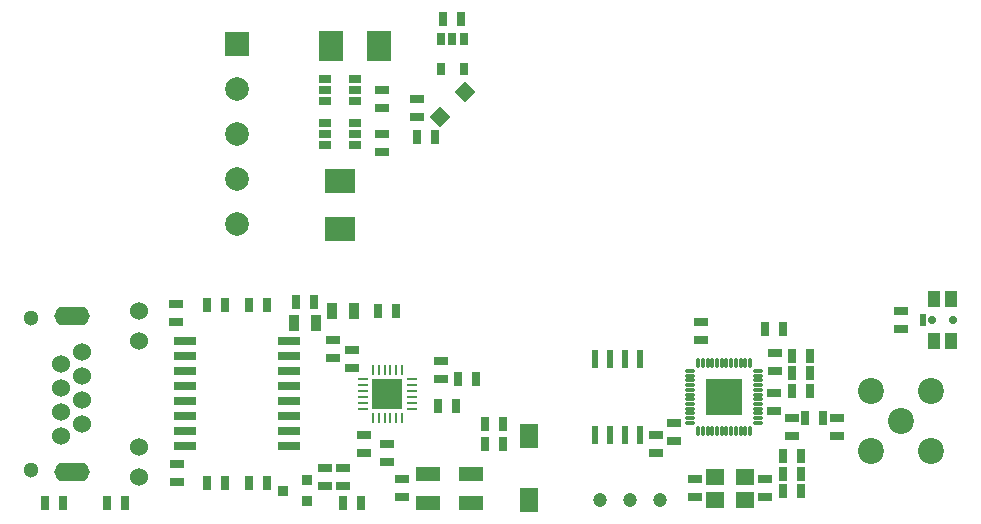
<source format=gbr>
%TF.GenerationSoftware,KiCad,Pcbnew,6.0.0*%
%TF.CreationDate,2022-01-14T21:47:45+01:00*%
%TF.ProjectId,cowmotics-aquarea,636f776d-6f74-4696-9373-2d6171756172,1*%
%TF.SameCoordinates,Original*%
%TF.FileFunction,Soldermask,Top*%
%TF.FilePolarity,Negative*%
%FSLAX46Y46*%
G04 Gerber Fmt 4.6, Leading zero omitted, Abs format (unit mm)*
G04 Created by KiCad (PCBNEW 6.0.0) date 2022-01-14 21:47:45*
%MOMM*%
%LPD*%
G01*
G04 APERTURE LIST*
G04 Aperture macros list*
%AMRoundRect*
0 Rectangle with rounded corners*
0 $1 Rounding radius*
0 $2 $3 $4 $5 $6 $7 $8 $9 X,Y pos of 4 corners*
0 Add a 4 corners polygon primitive as box body*
4,1,4,$2,$3,$4,$5,$6,$7,$8,$9,$2,$3,0*
0 Add four circle primitives for the rounded corners*
1,1,$1+$1,$2,$3*
1,1,$1+$1,$4,$5*
1,1,$1+$1,$6,$7*
1,1,$1+$1,$8,$9*
0 Add four rect primitives between the rounded corners*
20,1,$1+$1,$2,$3,$4,$5,0*
20,1,$1+$1,$4,$5,$6,$7,0*
20,1,$1+$1,$6,$7,$8,$9,0*
20,1,$1+$1,$8,$9,$2,$3,0*%
%AMRotRect*
0 Rectangle, with rotation*
0 The origin of the aperture is its center*
0 $1 length*
0 $2 width*
0 $3 Rotation angle, in degrees counterclockwise*
0 Add horizontal line*
21,1,$1,$2,0,0,$3*%
G04 Aperture macros list end*
%ADD10RoundRect,0.050000X-0.750000X-0.600000X0.750000X-0.600000X0.750000X0.600000X-0.750000X0.600000X0*%
%ADD11R,0.635000X1.143000*%
%ADD12C,1.198880*%
%ADD13RoundRect,0.050000X0.317500X0.571500X-0.317500X0.571500X-0.317500X-0.571500X0.317500X-0.571500X0*%
%ADD14R,1.143000X0.635000*%
%ADD15R,2.000000X2.000000*%
%ADD16C,2.000000*%
%ADD17C,0.700000*%
%ADD18R,1.050000X1.400000*%
%ADD19R,0.500000X1.100000*%
%ADD20RoundRect,0.050000X-0.317500X-0.571500X0.317500X-0.571500X0.317500X0.571500X-0.317500X0.571500X0*%
%ADD21R,1.000760X0.701040*%
%ADD22RoundRect,0.050000X0.571500X-0.317500X0.571500X0.317500X-0.571500X0.317500X-0.571500X-0.317500X0*%
%ADD23R,1.500000X2.000000*%
%ADD24R,0.900000X0.279400*%
%ADD25R,0.279400X0.900000*%
%ADD26R,2.600000X2.600000*%
%ADD27RotRect,1.300000X1.300000X315.000000*%
%ADD28C,2.199640*%
%ADD29R,0.914400X0.914400*%
%ADD30R,0.550000X1.600000*%
%ADD31R,2.500000X2.000000*%
%ADD32R,2.000000X2.500000*%
%ADD33R,0.889000X1.397000*%
%ADD34RoundRect,0.050000X-0.571500X0.317500X-0.571500X-0.317500X0.571500X-0.317500X0.571500X0.317500X0*%
%ADD35RoundRect,0.025000X-0.375000X0.125000X-0.375000X-0.125000X0.375000X-0.125000X0.375000X0.125000X0*%
%ADD36RoundRect,0.025000X0.125000X0.375000X-0.125000X0.375000X-0.125000X-0.375000X0.125000X-0.375000X0*%
%ADD37RoundRect,0.025000X0.375000X-0.125000X0.375000X0.125000X-0.375000X0.125000X-0.375000X-0.125000X0*%
%ADD38RoundRect,0.025000X-0.125000X-0.375000X0.125000X-0.375000X0.125000X0.375000X-0.125000X0.375000X0*%
%ADD39RoundRect,0.025000X0.750000X0.750000X-0.750000X0.750000X-0.750000X-0.750000X0.750000X-0.750000X0*%
%ADD40R,0.701040X1.000760*%
%ADD41R,2.000000X1.198880*%
%ADD42R,1.899920X0.800100*%
%ADD43C,1.300000*%
%ADD44C,1.524000*%
%ADD45O,3.000000X1.600000*%
G04 APERTURE END LIST*
D10*
%TO.C,X2*%
X167750000Y-125250000D03*
X170250000Y-125250000D03*
X170250000Y-123250000D03*
X167750000Y-123250000D03*
%TD*%
D11*
%TO.C,C22*%
X171988000Y-110750000D03*
X173512000Y-110750000D03*
%TD*%
D12*
%TO.C,TP3*%
X157960000Y-125250000D03*
%TD*%
D11*
%TO.C,C2*%
X129762000Y-108750000D03*
X128238000Y-108750000D03*
%TD*%
D13*
%TO.C,C19*%
X175762000Y-114500000D03*
X174238000Y-114500000D03*
%TD*%
D14*
%TO.C,R11*%
X134750000Y-124012000D03*
X134750000Y-122488000D03*
%TD*%
D15*
%TO.C,J2*%
X127250000Y-86630000D03*
D16*
X127250000Y-90440000D03*
X127250000Y-94250000D03*
X127250000Y-98060000D03*
X127250000Y-101870000D03*
%TD*%
D14*
%TO.C,C8*%
X141250000Y-123488000D03*
X141250000Y-125012000D03*
%TD*%
%TO.C,C20*%
X162750000Y-119738000D03*
X162750000Y-121262000D03*
%TD*%
D17*
%TO.C,SW1*%
X187900000Y-110000000D03*
X186100000Y-110000000D03*
D18*
X186275000Y-108200000D03*
X186275000Y-111800000D03*
X187725000Y-111800000D03*
X187725000Y-108200000D03*
D19*
X185300000Y-110000000D03*
%TD*%
D20*
%TO.C,L3*%
X175388000Y-118300000D03*
X176912000Y-118300000D03*
%TD*%
D11*
%TO.C,R3*%
X116238000Y-125450000D03*
X117762000Y-125450000D03*
%TD*%
D14*
%TO.C,R5*%
X122100000Y-108638000D03*
X122100000Y-110162000D03*
%TD*%
D11*
%TO.C,C31*%
X142488000Y-94500000D03*
X144012000Y-94500000D03*
%TD*%
D21*
%TO.C,U5*%
X137270000Y-95202500D03*
X137270000Y-94250000D03*
X137270000Y-93297500D03*
X134730000Y-93297500D03*
X134730000Y-94250000D03*
X134730000Y-95202500D03*
%TD*%
D11*
%TO.C,R2*%
X124738000Y-123750000D03*
X126262000Y-123750000D03*
%TD*%
D22*
%TO.C,C12*%
X166000000Y-125012000D03*
X166000000Y-123488000D03*
%TD*%
D14*
%TO.C,R19*%
X166510000Y-110188000D03*
X166510000Y-111712000D03*
%TD*%
D23*
%TO.C,SW2*%
X152000000Y-119800000D03*
X152000000Y-125200000D03*
%TD*%
D21*
%TO.C,U4*%
X137270000Y-91452500D03*
X137270000Y-90500000D03*
X137270000Y-89547500D03*
X134730000Y-89547500D03*
X134730000Y-90500000D03*
X134730000Y-91452500D03*
%TD*%
D20*
%TO.C,R16*%
X173488000Y-124500000D03*
X175012000Y-124500000D03*
%TD*%
D24*
%TO.C,U1*%
X137950000Y-115000000D03*
X137950000Y-115500000D03*
X137950000Y-116000000D03*
X137950000Y-116500000D03*
X137950000Y-117000000D03*
X137950000Y-117500000D03*
D25*
X138750000Y-118300000D03*
X139250000Y-118300000D03*
X139750000Y-118300000D03*
X140250000Y-118300000D03*
X140750000Y-118300000D03*
X141250000Y-118300000D03*
D24*
X142050000Y-117500000D03*
X142050000Y-117000000D03*
X142050000Y-116500000D03*
X142050000Y-116000000D03*
X142050000Y-115500000D03*
X142050000Y-115000000D03*
D25*
X141250000Y-114200000D03*
X140750000Y-114200000D03*
X140250000Y-114200000D03*
X139750000Y-114200000D03*
X139250000Y-114200000D03*
X138750000Y-114200000D03*
D26*
X140000000Y-116250000D03*
%TD*%
D20*
%TO.C,C15*%
X173488000Y-123000000D03*
X175012000Y-123000000D03*
%TD*%
D27*
%TO.C,L4*%
X146560000Y-90690000D03*
X144440000Y-92810000D03*
%TD*%
D11*
%TO.C,L1*%
X132238000Y-108500000D03*
X133762000Y-108500000D03*
%TD*%
D12*
%TO.C,TP7*%
X163040000Y-125250000D03*
%TD*%
D11*
%TO.C,R18*%
X145988000Y-115000000D03*
X147512000Y-115000000D03*
%TD*%
D28*
%TO.C,A1*%
X180960000Y-115960000D03*
X186040000Y-121040000D03*
X180960000Y-121040000D03*
X186040000Y-115960000D03*
X183500000Y-118500000D03*
%TD*%
D29*
%TO.C,Q1*%
X133156000Y-125319000D03*
X133156000Y-123541000D03*
X131124000Y-124430000D03*
%TD*%
D14*
%TO.C,C5*%
X135400000Y-113212000D03*
X135400000Y-111688000D03*
%TD*%
%TO.C,C27*%
X139500000Y-95762000D03*
X139500000Y-94238000D03*
%TD*%
D30*
%TO.C,U3*%
X161405000Y-113250000D03*
X160135000Y-113250000D03*
X158865000Y-113250000D03*
X157595000Y-113250000D03*
X157595000Y-119750000D03*
X158865000Y-119750000D03*
X160135000Y-119750000D03*
X161405000Y-119750000D03*
%TD*%
D13*
%TO.C,C18*%
X175762000Y-113000000D03*
X174238000Y-113000000D03*
%TD*%
D31*
%TO.C,C28*%
X136000000Y-98250000D03*
X136000000Y-102250000D03*
%TD*%
D14*
%TO.C,C3*%
X137000000Y-114012000D03*
X137000000Y-112488000D03*
%TD*%
D11*
%TO.C,R1*%
X124738000Y-108750000D03*
X126262000Y-108750000D03*
%TD*%
D14*
%TO.C,R8*%
X138000000Y-121262000D03*
X138000000Y-119738000D03*
%TD*%
D11*
%TO.C,C29*%
X146262000Y-84500000D03*
X144738000Y-84500000D03*
%TD*%
D20*
%TO.C,C14*%
X173488000Y-121500000D03*
X175012000Y-121500000D03*
%TD*%
D14*
%TO.C,R7*%
X140000000Y-120488000D03*
X140000000Y-122012000D03*
%TD*%
D32*
%TO.C,C25*%
X135250000Y-86750000D03*
X139250000Y-86750000D03*
%TD*%
D11*
%TO.C,C1*%
X129762000Y-123750000D03*
X128238000Y-123750000D03*
%TD*%
D33*
%TO.C,C6*%
X133952500Y-110250000D03*
X132047500Y-110250000D03*
%TD*%
D11*
%TO.C,C9*%
X144238000Y-117250000D03*
X145762000Y-117250000D03*
%TD*%
D14*
%TO.C,C26*%
X139500000Y-92012000D03*
X139500000Y-90488000D03*
%TD*%
D34*
%TO.C,C11*%
X172000000Y-123488000D03*
X172000000Y-125012000D03*
%TD*%
D14*
%TO.C,R9*%
X144500000Y-113488000D03*
X144500000Y-115012000D03*
%TD*%
D11*
%TO.C,R12*%
X137762000Y-125500000D03*
X136238000Y-125500000D03*
%TD*%
D14*
%TO.C,C23*%
X183500000Y-110762000D03*
X183500000Y-109238000D03*
%TD*%
D35*
%TO.C,U2*%
X171400000Y-118700000D03*
X171400000Y-118300000D03*
X171400000Y-117900000D03*
X171400000Y-117500000D03*
X171400000Y-117100000D03*
X171400000Y-116700000D03*
X171400000Y-116300000D03*
X171400000Y-115900000D03*
X171400000Y-115500000D03*
X171400000Y-115100000D03*
X171400000Y-114700000D03*
X171400000Y-114300000D03*
D36*
X170700000Y-113600000D03*
X170300000Y-113600000D03*
X169900000Y-113600000D03*
X169500000Y-113600000D03*
X169100000Y-113600000D03*
X168700000Y-113600000D03*
X168300000Y-113600000D03*
X167900000Y-113600000D03*
X167500000Y-113600000D03*
X167100000Y-113600000D03*
X166700000Y-113600000D03*
X166300000Y-113600000D03*
D37*
X165600000Y-114300000D03*
X165600000Y-114700000D03*
X165600000Y-115100000D03*
X165600000Y-115500000D03*
X165600000Y-115900000D03*
X165600000Y-116300000D03*
X165600000Y-116700000D03*
X165600000Y-117100000D03*
X165600000Y-117500000D03*
X165600000Y-117900000D03*
X165600000Y-118300000D03*
X165600000Y-118700000D03*
D38*
X166300000Y-119400000D03*
X166700000Y-119400000D03*
X167100000Y-119400000D03*
X167500000Y-119400000D03*
X167900000Y-119400000D03*
X168300000Y-119400000D03*
X168700000Y-119400000D03*
X169100000Y-119400000D03*
X169500000Y-119400000D03*
X169900000Y-119400000D03*
X170300000Y-119400000D03*
X170700000Y-119400000D03*
D39*
X169250000Y-117250000D03*
X169250000Y-115750000D03*
X167750000Y-115750000D03*
X167750000Y-117250000D03*
%TD*%
D33*
%TO.C,C4*%
X137202500Y-109250000D03*
X135297500Y-109250000D03*
%TD*%
D11*
%TO.C,R17*%
X148238000Y-120500000D03*
X149762000Y-120500000D03*
%TD*%
%TO.C,R13*%
X148238000Y-118750000D03*
X149762000Y-118750000D03*
%TD*%
D22*
%TO.C,C13*%
X172750000Y-117702000D03*
X172750000Y-116178000D03*
%TD*%
D40*
%TO.C,U6*%
X146452500Y-86230000D03*
X145500000Y-86230000D03*
X144547500Y-86230000D03*
X144547500Y-88770000D03*
X146452500Y-88770000D03*
%TD*%
D11*
%TO.C,R4*%
X110988000Y-125450000D03*
X112512000Y-125450000D03*
%TD*%
%TO.C,R10*%
X140762000Y-109250000D03*
X139238000Y-109250000D03*
%TD*%
D14*
%TO.C,C21*%
X164250000Y-118738000D03*
X164250000Y-120262000D03*
%TD*%
D41*
%TO.C,X1*%
X143400000Y-125500000D03*
X147100000Y-125500000D03*
X147100000Y-123000000D03*
X143400000Y-123000000D03*
%TD*%
D42*
%TO.C,T1*%
X131628960Y-120695000D03*
X131628960Y-119425000D03*
X131628960Y-118155000D03*
X131628960Y-116885000D03*
X131628960Y-115615000D03*
X131628960Y-114345000D03*
X131628960Y-113075000D03*
X131628960Y-111805000D03*
X122871040Y-111805000D03*
X122871040Y-113075000D03*
X122871040Y-114345000D03*
X122871040Y-115615000D03*
X122871040Y-116885000D03*
X122871040Y-118155000D03*
X122871040Y-119425000D03*
X122871040Y-120695000D03*
%TD*%
D14*
%TO.C,R6*%
X122200000Y-122138000D03*
X122200000Y-123662000D03*
%TD*%
D34*
%TO.C,C17*%
X178050000Y-118298000D03*
X178050000Y-119822000D03*
%TD*%
D13*
%TO.C,L2*%
X175762000Y-116000000D03*
X174238000Y-116000000D03*
%TD*%
D14*
%TO.C,C30*%
X142500000Y-92762000D03*
X142500000Y-91238000D03*
%TD*%
%TO.C,C7*%
X136250000Y-122488000D03*
X136250000Y-124012000D03*
%TD*%
D12*
%TO.C,TP4*%
X160500000Y-125250000D03*
%TD*%
D43*
%TO.C,J1*%
X109820000Y-122650000D03*
X109820000Y-109850000D03*
D44*
X112360000Y-119820000D03*
X114140000Y-118800000D03*
X112360000Y-117780000D03*
X114140000Y-116760000D03*
X112360000Y-115740000D03*
X114140000Y-114720000D03*
X112360000Y-113700000D03*
X114140000Y-112680000D03*
X118960000Y-123250000D03*
X118960000Y-120710000D03*
X118960000Y-111790000D03*
X118960000Y-109250000D03*
D45*
X113250000Y-109660000D03*
X113250000Y-122840000D03*
%TD*%
D34*
%TO.C,C16*%
X174250000Y-118298000D03*
X174250000Y-119822000D03*
%TD*%
%TO.C,R15*%
X172770000Y-112738000D03*
X172770000Y-114262000D03*
%TD*%
M02*

</source>
